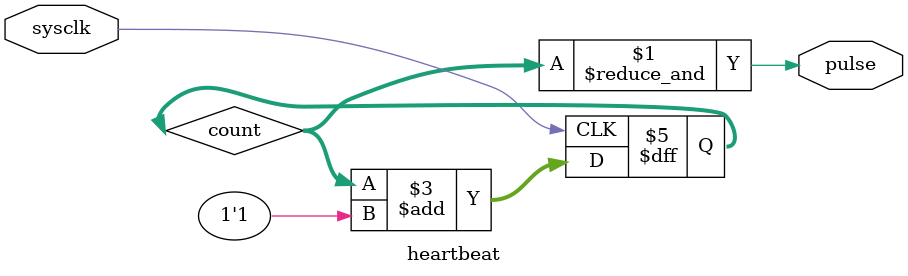
<source format=v>
module heartbeat(input wire sysclk,
output wire pulse);
parameter WIDTH=8;
reg [(WIDTH-1):0] count=0;
assign pulse=&count;
always @(posedge sysclk) begin
		count<=count+1'b1;
end

endmodule
</source>
